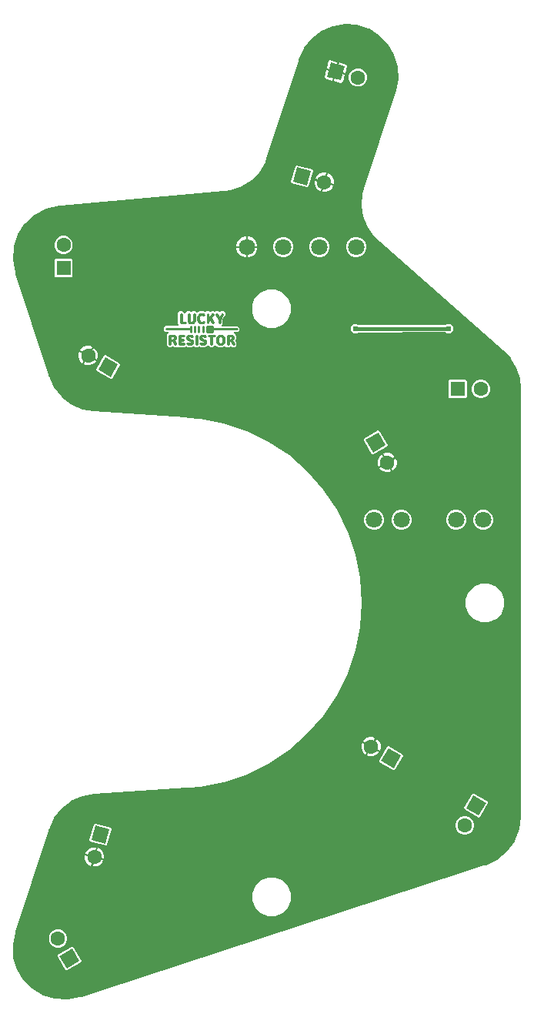
<source format=gbr>
G04 EAGLE Gerber RS-274X export*
G75*
%MOMM*%
%FSLAX34Y34*%
%LPD*%
%INTop Copper*%
%IPPOS*%
%AMOC8*
5,1,8,0,0,1.08239X$1,22.5*%
G01*
G04 Define Apertures*
%ADD10R,1.600000X1.600000*%
%ADD11C,1.600000*%
%ADD12R,1.600000X1.600000*%
%ADD13C,0.220000*%
%ADD14C,1.800000*%
%ADD15C,0.604000*%
%ADD16C,0.400000*%
G36*
X72466Y12388D02*
X85671Y14955D01*
X85789Y14986D01*
X87684Y15601D01*
X531108Y159678D01*
X533003Y160294D01*
X533119Y160340D01*
X545637Y166231D01*
X545849Y166365D01*
X556508Y175183D01*
X556680Y175366D01*
X564811Y186558D01*
X564932Y186778D01*
X570025Y199641D01*
X570087Y199883D01*
X571821Y213608D01*
X571829Y213734D01*
X571829Y683962D01*
X571823Y684068D01*
X570580Y695716D01*
X570535Y695923D01*
X566862Y707047D01*
X566774Y707240D01*
X560836Y717337D01*
X560710Y717508D01*
X552774Y726124D01*
X552698Y726199D01*
X552122Y726704D01*
X416279Y845896D01*
X414781Y847210D01*
X410049Y851362D01*
X402756Y861628D01*
X398031Y873300D01*
X396127Y885747D01*
X397149Y898298D01*
X399094Y904286D01*
X399182Y904555D01*
X433357Y1009734D01*
X433972Y1011629D01*
X434003Y1011746D01*
X436559Y1024803D01*
X436576Y1025043D01*
X435934Y1038332D01*
X435893Y1038570D01*
X432089Y1051319D01*
X431992Y1051540D01*
X425247Y1063009D01*
X425101Y1063200D01*
X415807Y1072721D01*
X415619Y1072872D01*
X404317Y1079892D01*
X404099Y1079994D01*
X391445Y1084105D01*
X391208Y1084152D01*
X377939Y1085115D01*
X377698Y1085104D01*
X364583Y1082864D01*
X364352Y1082795D01*
X352154Y1077481D01*
X351946Y1077359D01*
X341374Y1069281D01*
X341202Y1069113D01*
X332871Y1058739D01*
X332743Y1058534D01*
X327137Y1046468D01*
X327093Y1046356D01*
X326477Y1044461D01*
X291599Y937118D01*
X290269Y933025D01*
X283718Y922271D01*
X274862Y913320D01*
X264179Y906655D01*
X252245Y902636D01*
X245976Y902058D01*
X245074Y901975D01*
X65254Y885406D01*
X63270Y885224D01*
X63143Y885204D01*
X49385Y882128D01*
X49144Y882040D01*
X36614Y875579D01*
X36404Y875434D01*
X25919Y866008D01*
X25753Y865814D01*
X17998Y854040D01*
X17886Y853810D01*
X13368Y840455D01*
X13318Y840205D01*
X12331Y826141D01*
X12345Y825886D01*
X14954Y812031D01*
X14986Y811907D01*
X15601Y810012D01*
X51452Y699675D01*
X52068Y697780D01*
X52111Y697669D01*
X57615Y685770D01*
X57739Y685568D01*
X65894Y675303D01*
X66063Y675136D01*
X76409Y667083D01*
X76612Y666961D01*
X88566Y661576D01*
X88792Y661505D01*
X101678Y659091D01*
X101796Y659077D01*
X203505Y652345D01*
X203505Y652345D01*
X205493Y652213D01*
X218816Y651331D01*
X245005Y646106D01*
X270289Y637508D01*
X294235Y625685D01*
X316433Y610839D01*
X336505Y593224D01*
X354107Y573141D01*
X368938Y550932D01*
X380745Y526978D01*
X389325Y501689D01*
X394533Y475496D01*
X396279Y448848D01*
X394533Y422200D01*
X389325Y396007D01*
X380745Y370718D01*
X368938Y346764D01*
X354107Y324555D01*
X336505Y304472D01*
X316433Y286857D01*
X294235Y272011D01*
X270289Y260188D01*
X245005Y251590D01*
X218816Y246365D01*
X205493Y245483D01*
X203505Y245351D01*
X203505Y245351D01*
X101796Y238619D01*
X101678Y238604D01*
X88792Y236191D01*
X88566Y236120D01*
X76612Y230735D01*
X76409Y230613D01*
X66063Y222560D01*
X65894Y222393D01*
X57739Y212128D01*
X57615Y211926D01*
X52111Y200027D01*
X52068Y199916D01*
X51452Y198021D01*
X15336Y86867D01*
X14986Y85789D01*
X14955Y85671D01*
X12388Y72466D01*
X12371Y72223D01*
X13075Y58789D01*
X13118Y58549D01*
X17051Y45685D01*
X17150Y45463D01*
X24078Y33932D01*
X24228Y33740D01*
X33740Y24228D01*
X33932Y24078D01*
X45463Y17150D01*
X45685Y17051D01*
X58549Y13118D01*
X58789Y13075D01*
X72223Y12371D01*
X72466Y12388D01*
G37*
%LPC*%
G36*
X357811Y1036681D02*
X359895Y1044459D01*
X361717Y1045511D01*
X369495Y1043427D01*
X367026Y1034212D01*
X357811Y1036681D01*
G37*
G36*
X368957Y1033694D02*
X371427Y1042909D01*
X379204Y1040825D01*
X380256Y1039003D01*
X378172Y1031225D01*
X368957Y1033694D01*
G37*
G36*
X390278Y1016413D02*
X386603Y1017935D01*
X383790Y1020748D01*
X382267Y1024424D01*
X382267Y1028402D01*
X383790Y1032078D01*
X386603Y1034891D01*
X390278Y1036413D01*
X394256Y1036413D01*
X397932Y1034891D01*
X400745Y1032078D01*
X402267Y1028402D01*
X402267Y1024424D01*
X400745Y1020748D01*
X397932Y1017935D01*
X394256Y1016413D01*
X390278Y1016413D01*
G37*
G36*
X356261Y1025149D02*
X355209Y1026971D01*
X357293Y1034749D01*
X366508Y1032280D01*
X364039Y1023065D01*
X356261Y1025149D01*
G37*
G36*
X365971Y1022547D02*
X368440Y1031762D01*
X377655Y1029293D01*
X375571Y1021515D01*
X373748Y1020463D01*
X365971Y1022547D01*
G37*
G36*
X319517Y910313D02*
X318689Y911748D01*
X323258Y928803D01*
X324693Y929631D01*
X341749Y925061D01*
X342577Y923626D01*
X338007Y906571D01*
X336572Y905743D01*
X319517Y910313D01*
G37*
G36*
X345285Y914796D02*
X346232Y917083D01*
X349197Y920048D01*
X353071Y921653D01*
X356956Y921653D01*
X354460Y912338D01*
X345285Y914796D01*
G37*
G36*
X356392Y911820D02*
X358851Y920996D01*
X361138Y920048D01*
X364103Y917083D01*
X365707Y913210D01*
X365707Y909324D01*
X356392Y911820D01*
G37*
G36*
X349197Y902178D02*
X346232Y905143D01*
X344627Y909016D01*
X344627Y912902D01*
X353943Y910406D01*
X351484Y901230D01*
X349197Y902178D01*
G37*
G36*
X353378Y900573D02*
X355874Y909888D01*
X365050Y907430D01*
X364103Y905143D01*
X361138Y902178D01*
X357264Y900573D01*
X353378Y900573D01*
G37*
G36*
X66211Y832200D02*
X62535Y833722D01*
X59722Y836535D01*
X58200Y840211D01*
X58200Y844189D01*
X59722Y847865D01*
X62535Y850678D01*
X66211Y852200D01*
X70189Y852200D01*
X73865Y850678D01*
X76678Y847865D01*
X78200Y844189D01*
X78200Y840211D01*
X76678Y836535D01*
X73865Y833722D01*
X70189Y832200D01*
X66211Y832200D01*
G37*
G36*
X271000Y841000D02*
X271000Y851540D01*
X272295Y851540D01*
X276537Y849783D01*
X279783Y846537D01*
X281540Y842295D01*
X281540Y841000D01*
X271000Y841000D01*
G37*
G36*
X258460Y841000D02*
X258460Y842295D01*
X260217Y846537D01*
X263463Y849783D01*
X267705Y851540D01*
X269000Y851540D01*
X269000Y841000D01*
X258460Y841000D01*
G37*
G36*
X387812Y829000D02*
X383769Y830675D01*
X380675Y833769D01*
X379000Y837812D01*
X379000Y842188D01*
X380675Y846231D01*
X383769Y849325D01*
X387812Y851000D01*
X392188Y851000D01*
X396231Y849325D01*
X399325Y846231D01*
X401000Y842188D01*
X401000Y837812D01*
X399325Y833769D01*
X396231Y830675D01*
X392188Y829000D01*
X387812Y829000D01*
G37*
G36*
X347812Y829000D02*
X343769Y830675D01*
X340675Y833769D01*
X339000Y837812D01*
X339000Y842188D01*
X340675Y846231D01*
X343769Y849325D01*
X347812Y851000D01*
X352188Y851000D01*
X356231Y849325D01*
X359325Y846231D01*
X361000Y842188D01*
X361000Y837812D01*
X359325Y833769D01*
X356231Y830675D01*
X352188Y829000D01*
X347812Y829000D01*
G37*
G36*
X307812Y829000D02*
X303769Y830675D01*
X300675Y833769D01*
X299000Y837812D01*
X299000Y842188D01*
X300675Y846231D01*
X303769Y849325D01*
X307812Y851000D01*
X312188Y851000D01*
X316231Y849325D01*
X319325Y846231D01*
X321000Y842188D01*
X321000Y837812D01*
X319325Y833769D01*
X316231Y830675D01*
X312188Y829000D01*
X307812Y829000D01*
G37*
G36*
X271000Y828460D02*
X271000Y839000D01*
X281540Y839000D01*
X281540Y837705D01*
X279783Y833463D01*
X276537Y830217D01*
X272295Y828460D01*
X271000Y828460D01*
G37*
G36*
X267705Y828460D02*
X263463Y830217D01*
X260217Y833463D01*
X258460Y837705D01*
X258460Y839000D01*
X269000Y839000D01*
X269000Y828460D01*
X267705Y828460D01*
G37*
G36*
X59372Y806800D02*
X58200Y807972D01*
X58200Y825628D01*
X59372Y826800D01*
X77028Y826800D01*
X78200Y825628D01*
X78200Y807972D01*
X77028Y806800D01*
X59372Y806800D01*
G37*
G36*
X292772Y750826D02*
X284940Y754070D01*
X278945Y760065D01*
X275701Y767897D01*
X275701Y776375D01*
X278945Y784207D01*
X284940Y790202D01*
X292772Y793446D01*
X301250Y793446D01*
X309082Y790202D01*
X315077Y784207D01*
X318321Y776375D01*
X318321Y767897D01*
X315077Y760065D01*
X309082Y754070D01*
X301250Y750826D01*
X292772Y750826D01*
G37*
G36*
X206610Y729869D02*
X206356Y729881D01*
X205837Y729839D01*
X205799Y729860D01*
X205317Y730012D01*
X205081Y730056D01*
X204614Y730086D01*
X204577Y730115D01*
X204471Y730141D01*
X204124Y730284D01*
X203916Y730345D01*
X203505Y730417D01*
X203157Y730548D01*
X202759Y730532D01*
X202291Y730268D01*
X202171Y730148D01*
X194151Y730148D01*
X193943Y730285D01*
X193552Y730358D01*
X193163Y730272D01*
X192981Y730148D01*
X192520Y730148D01*
X192118Y730063D01*
X191731Y729893D01*
X191723Y729896D01*
X191331Y729964D01*
X191002Y729889D01*
X190495Y730082D01*
X190139Y730148D01*
X189611Y730148D01*
X189322Y730437D01*
X188971Y730664D01*
X188562Y730820D01*
X188169Y730885D01*
X187782Y730792D01*
X187498Y730593D01*
X187050Y730146D01*
X185772Y730148D01*
X183723Y730148D01*
X181907Y731964D01*
X181907Y740829D01*
X181887Y740926D01*
X181907Y742511D01*
X181907Y742523D01*
X181907Y743804D01*
X182824Y744699D01*
X182833Y744707D01*
X183319Y745194D01*
X183539Y745526D01*
X183612Y745917D01*
X183526Y746306D01*
X183296Y746630D01*
X182958Y746840D01*
X182612Y746901D01*
X180097Y746901D01*
X178281Y748717D01*
X178281Y751285D01*
X180097Y753101D01*
X194072Y753101D01*
X194462Y753180D01*
X194791Y753405D01*
X195005Y753741D01*
X195072Y754133D01*
X194980Y754520D01*
X194779Y754808D01*
X194013Y755575D01*
X194013Y767393D01*
X195829Y769209D01*
X197888Y769209D01*
X199173Y769210D01*
X200086Y768297D01*
X200087Y768296D01*
X200971Y767413D01*
X201303Y767193D01*
X201694Y767121D01*
X202083Y767206D01*
X202385Y767414D01*
X203271Y768300D01*
X204172Y769209D01*
X205462Y769209D01*
X207148Y769216D01*
X207152Y769215D01*
X207501Y769217D01*
X208194Y768524D01*
X208526Y768304D01*
X208917Y768231D01*
X209306Y768317D01*
X209608Y768524D01*
X210302Y769218D01*
X210650Y769215D01*
X210653Y769216D01*
X210653Y769216D01*
X212344Y769209D01*
X213630Y769209D01*
X214522Y768309D01*
X214853Y768088D01*
X215244Y768014D01*
X215633Y768097D01*
X215959Y768329D01*
X216023Y768343D01*
X216203Y768413D01*
X216485Y768580D01*
X216623Y768696D01*
X216678Y768761D01*
X216734Y768766D01*
X216936Y768816D01*
X217241Y768950D01*
X217558Y769158D01*
X217782Y769182D01*
X218127Y769285D01*
X218178Y769311D01*
X218292Y769298D01*
X218674Y769410D01*
X218699Y769428D01*
X218842Y769456D01*
X218995Y769423D01*
X219386Y769497D01*
X219426Y769520D01*
X219491Y769514D01*
X219825Y769540D01*
X220021Y769589D01*
X220333Y769530D01*
X220731Y769535D01*
X220831Y769572D01*
X221053Y769552D01*
X221100Y769528D01*
X221432Y769503D01*
X221455Y769493D01*
X221841Y769418D01*
X221959Y769419D01*
X222015Y769409D01*
X222117Y769354D01*
X222498Y769240D01*
X222593Y769231D01*
X222665Y769211D01*
X222750Y769153D01*
X223122Y769000D01*
X223132Y768998D01*
X223155Y768976D01*
X223452Y768860D01*
X223790Y768675D01*
X223980Y768619D01*
X224376Y768584D01*
X224755Y768707D01*
X224971Y768871D01*
X225309Y769209D01*
X227323Y769209D01*
X227329Y769209D01*
X228613Y769216D01*
X228894Y768936D01*
X229226Y768716D01*
X229617Y768643D01*
X230006Y768728D01*
X230207Y768896D01*
X230334Y768920D01*
X230856Y769196D01*
X230869Y769209D01*
X231769Y769209D01*
X231955Y769226D01*
X232928Y769410D01*
X232999Y769380D01*
X233376Y769377D01*
X233444Y769389D01*
X233449Y769386D01*
X233815Y769229D01*
X234017Y769209D01*
X234082Y769209D01*
X234240Y769104D01*
X234631Y769031D01*
X235019Y769117D01*
X235154Y769209D01*
X235484Y769209D01*
X235947Y769322D01*
X236193Y769451D01*
X236319Y769411D01*
X236715Y769370D01*
X237036Y769460D01*
X237596Y769265D01*
X237926Y769209D01*
X238515Y769209D01*
X238760Y768964D01*
X239138Y768727D01*
X239604Y768564D01*
X239999Y768510D01*
X240243Y768557D01*
X240842Y768752D01*
X241240Y768996D01*
X241452Y769209D01*
X242086Y769209D01*
X242396Y769258D01*
X243041Y769468D01*
X243271Y769404D01*
X243626Y769443D01*
X243637Y769446D01*
X243853Y769329D01*
X244329Y769209D01*
X244575Y769209D01*
X245061Y768723D01*
X245292Y768551D01*
X245896Y768224D01*
X245966Y767988D01*
X246217Y767567D01*
X246391Y767393D01*
X246391Y766706D01*
X246433Y766421D01*
X246629Y765763D01*
X246512Y765546D01*
X246391Y765071D01*
X246391Y764825D01*
X245906Y764339D01*
X245733Y764108D01*
X243445Y759879D01*
X243324Y759405D01*
X243318Y756856D01*
X243318Y755570D01*
X242416Y754672D01*
X242195Y754341D01*
X242121Y753950D01*
X242206Y753561D01*
X242435Y753236D01*
X242773Y753026D01*
X243121Y752963D01*
X260019Y752963D01*
X261835Y751148D01*
X261835Y748579D01*
X260019Y746763D01*
X256435Y746763D01*
X256045Y746684D01*
X255717Y746459D01*
X255502Y746124D01*
X255435Y745732D01*
X255527Y745344D01*
X255710Y745075D01*
X255804Y744976D01*
X256007Y744849D01*
X256149Y744674D01*
X256519Y744504D01*
X256687Y744245D01*
X257034Y744029D01*
X257157Y743778D01*
X257484Y743514D01*
X257557Y743295D01*
X257689Y743158D01*
X257882Y742799D01*
X257892Y742743D01*
X257937Y742682D01*
X257943Y742622D01*
X258119Y742152D01*
X258125Y742143D01*
X258128Y742034D01*
X258155Y741985D01*
X258155Y741970D01*
X258261Y741516D01*
X258235Y741295D01*
X258351Y740985D01*
X258278Y740695D01*
X258303Y740422D01*
X258356Y740192D01*
X258298Y740007D01*
X258256Y739601D01*
X258279Y739382D01*
X258231Y739284D01*
X258128Y738851D01*
X258126Y738679D01*
X258023Y738529D01*
X257860Y738116D01*
X257838Y737972D01*
X257695Y737815D01*
X257484Y737447D01*
X257416Y737232D01*
X257389Y737095D01*
X257357Y737046D01*
X257355Y737039D01*
X257312Y736643D01*
X257394Y736332D01*
X257895Y735202D01*
X258102Y734900D01*
X258470Y734532D01*
X258470Y734115D01*
X258555Y733710D01*
X258724Y733330D01*
X258537Y732844D01*
X258470Y732484D01*
X258470Y731964D01*
X258175Y731669D01*
X257949Y731322D01*
X257800Y730934D01*
X257324Y730723D01*
X257022Y730516D01*
X256654Y730148D01*
X256237Y730148D01*
X255832Y730062D01*
X255452Y729893D01*
X255437Y729899D01*
X255045Y729965D01*
X254714Y729889D01*
X254209Y730082D01*
X253852Y730148D01*
X253324Y730148D01*
X253035Y730437D01*
X252685Y730664D01*
X252275Y730820D01*
X251883Y730885D01*
X251496Y730792D01*
X251212Y730593D01*
X250764Y730146D01*
X249486Y730148D01*
X247433Y730148D01*
X246583Y730998D01*
X246252Y731217D01*
X245860Y731290D01*
X245479Y731208D01*
X245344Y731150D01*
X245015Y730919D01*
X244948Y730848D01*
X244904Y730838D01*
X244727Y730709D01*
X244616Y730678D01*
X244262Y730493D01*
X244196Y730440D01*
X244118Y730433D01*
X243913Y730322D01*
X243808Y730305D01*
X243448Y730173D01*
X243361Y730120D01*
X243281Y730123D01*
X243078Y730047D01*
X242941Y730040D01*
X242593Y729959D01*
X242486Y729913D01*
X242349Y729937D01*
X241961Y729849D01*
X241951Y729843D01*
X241936Y729844D01*
X241590Y729810D01*
X241368Y729880D01*
X241105Y729873D01*
X240644Y729799D01*
X240600Y729783D01*
X240567Y729798D01*
X240250Y729869D01*
X239852Y729877D01*
X239730Y729837D01*
X239709Y729840D01*
X239580Y729916D01*
X239482Y729949D01*
X239087Y729999D01*
X238989Y729978D01*
X238887Y730027D01*
X238540Y730120D01*
X238302Y730139D01*
X238038Y730306D01*
X237723Y730436D01*
X237564Y730472D01*
X237501Y730476D01*
X237344Y730606D01*
X237029Y730781D01*
X236814Y730854D01*
X236683Y730994D01*
X236382Y731212D01*
X236194Y731301D01*
X236070Y731469D01*
X235799Y731723D01*
X235549Y731881D01*
X235278Y732000D01*
X235264Y732004D01*
X235154Y732058D01*
X234756Y732078D01*
X234382Y731942D01*
X234199Y731797D01*
X233455Y731054D01*
X233454Y731054D01*
X232547Y730147D01*
X231262Y730148D01*
X230519Y730148D01*
X229234Y730147D01*
X228327Y731054D01*
X228326Y731054D01*
X227803Y731577D01*
X227471Y731796D01*
X227080Y731869D01*
X226600Y731737D01*
X226590Y731731D01*
X226510Y731650D01*
X226504Y731649D01*
X226283Y731555D01*
X226152Y731480D01*
X225859Y731224D01*
X225757Y731092D01*
X225732Y731050D01*
X225672Y731034D01*
X225534Y730980D01*
X225207Y730769D01*
X224994Y730563D01*
X224807Y730519D01*
X224439Y730349D01*
X224387Y730310D01*
X224202Y730301D01*
X223844Y730127D01*
X223813Y730097D01*
X223622Y730114D01*
X223430Y730099D01*
X223142Y730032D01*
X222682Y729849D01*
X222236Y729878D01*
X221945Y729854D01*
X221579Y729769D01*
X221006Y729870D01*
X220752Y729882D01*
X220232Y729839D01*
X220190Y729863D01*
X219714Y730012D01*
X219479Y730056D01*
X219007Y730087D01*
X218975Y730111D01*
X218892Y730132D01*
X218522Y730284D01*
X218316Y730344D01*
X217952Y730408D01*
X217670Y730633D01*
X217492Y730706D01*
X217413Y730735D01*
X217402Y730738D01*
X217006Y730780D01*
X216625Y730664D01*
X216394Y730492D01*
X216050Y730148D01*
X212722Y730148D01*
X212162Y730708D01*
X211830Y730928D01*
X211439Y731001D01*
X211050Y730915D01*
X210759Y730720D01*
X210598Y730563D01*
X210411Y730520D01*
X210042Y730349D01*
X209990Y730311D01*
X209805Y730301D01*
X209448Y730127D01*
X209416Y730097D01*
X209225Y730114D01*
X209034Y730099D01*
X208746Y730032D01*
X208286Y729849D01*
X207841Y729878D01*
X207550Y729854D01*
X207182Y729769D01*
X206610Y729869D01*
G37*
G36*
X387021Y745180D02*
X384080Y748121D01*
X384080Y752279D01*
X387021Y755220D01*
X391179Y755220D01*
X391903Y754496D01*
X392235Y754277D01*
X392611Y754203D01*
X488384Y754297D01*
X488774Y754376D01*
X489090Y754589D01*
X489821Y755320D01*
X493979Y755320D01*
X496920Y752379D01*
X496920Y748221D01*
X493979Y745280D01*
X489821Y745280D01*
X489097Y746004D01*
X488765Y746224D01*
X488389Y746297D01*
X392616Y746203D01*
X392226Y746124D01*
X391910Y745911D01*
X391179Y745180D01*
X387021Y745180D01*
G37*
G36*
X86584Y726738D02*
X89331Y729485D01*
X93205Y731090D01*
X97398Y731090D01*
X99685Y730143D01*
X94935Y721916D01*
X86584Y726738D01*
G37*
G36*
X96668Y720916D02*
X101489Y729268D01*
X104237Y726520D01*
X105841Y722647D01*
X105841Y718453D01*
X104894Y716166D01*
X96668Y720916D01*
G37*
G36*
X86366Y714580D02*
X84761Y718453D01*
X84761Y722647D01*
X85709Y724934D01*
X93935Y720184D01*
X89114Y711832D01*
X86366Y714580D01*
G37*
G36*
X104653Y703604D02*
X104224Y705204D01*
X113052Y720496D01*
X114653Y720924D01*
X129944Y712096D01*
X130373Y710496D01*
X121545Y695204D01*
X119944Y694776D01*
X104653Y703604D01*
G37*
G36*
X93205Y710010D02*
X90918Y710957D01*
X95668Y719184D01*
X104019Y714362D01*
X101272Y711615D01*
X97398Y710010D01*
X93205Y710010D01*
G37*
G36*
X525411Y673800D02*
X521735Y675322D01*
X518922Y678135D01*
X517400Y681811D01*
X517400Y685789D01*
X518922Y689465D01*
X521735Y692278D01*
X525411Y693800D01*
X529389Y693800D01*
X533065Y692278D01*
X535878Y689465D01*
X537400Y685789D01*
X537400Y681811D01*
X535878Y678135D01*
X533065Y675322D01*
X529389Y673800D01*
X525411Y673800D01*
G37*
G36*
X493172Y673800D02*
X492000Y674972D01*
X492000Y692628D01*
X493172Y693800D01*
X510828Y693800D01*
X512000Y692628D01*
X512000Y674972D01*
X510828Y673800D01*
X493172Y673800D01*
G37*
G36*
X407404Y612353D02*
X398576Y627644D01*
X399004Y629245D01*
X414296Y638073D01*
X415896Y637644D01*
X424724Y622353D01*
X424296Y620752D01*
X409004Y611924D01*
X407404Y612353D01*
G37*
G36*
X419966Y612594D02*
X422253Y613541D01*
X426447Y613541D01*
X430320Y611937D01*
X433068Y609189D01*
X424716Y604368D01*
X419966Y612594D01*
G37*
G36*
X413810Y600905D02*
X413810Y605098D01*
X415415Y608972D01*
X418162Y611719D01*
X422984Y603368D01*
X414757Y598618D01*
X413810Y600905D01*
G37*
G36*
X425716Y602635D02*
X433943Y607385D01*
X434890Y605098D01*
X434890Y600905D01*
X433285Y597031D01*
X430538Y594284D01*
X425716Y602635D01*
G37*
G36*
X422253Y592461D02*
X418380Y594066D01*
X415632Y596814D01*
X423984Y601635D01*
X428734Y593409D01*
X426447Y592461D01*
X422253Y592461D01*
G37*
G36*
X407812Y529000D02*
X403769Y530675D01*
X400675Y533769D01*
X399000Y537812D01*
X399000Y542188D01*
X400675Y546231D01*
X403769Y549325D01*
X407812Y551000D01*
X412188Y551000D01*
X416231Y549325D01*
X419325Y546231D01*
X421000Y542188D01*
X421000Y537812D01*
X419325Y533769D01*
X416231Y530675D01*
X412188Y529000D01*
X407812Y529000D01*
G37*
G36*
X497812Y529000D02*
X493769Y530675D01*
X490675Y533769D01*
X489000Y537812D01*
X489000Y542188D01*
X490675Y546231D01*
X493769Y549325D01*
X497812Y551000D01*
X502188Y551000D01*
X506231Y549325D01*
X509325Y546231D01*
X511000Y542188D01*
X511000Y537812D01*
X509325Y533769D01*
X506231Y530675D01*
X502188Y529000D01*
X497812Y529000D01*
G37*
G36*
X437812Y529000D02*
X433769Y530675D01*
X430675Y533769D01*
X429000Y537812D01*
X429000Y542188D01*
X430675Y546231D01*
X433769Y549325D01*
X437812Y551000D01*
X442188Y551000D01*
X446231Y549325D01*
X449325Y546231D01*
X451000Y542188D01*
X451000Y537812D01*
X449325Y533769D01*
X446231Y530675D01*
X442188Y529000D01*
X437812Y529000D01*
G37*
G36*
X527812Y529000D02*
X523769Y530675D01*
X520675Y533769D01*
X519000Y537812D01*
X519000Y542188D01*
X520675Y546231D01*
X523769Y549325D01*
X527812Y551000D01*
X532188Y551000D01*
X536231Y549325D01*
X539325Y546231D01*
X541000Y542188D01*
X541000Y537812D01*
X539325Y533769D01*
X536231Y530675D01*
X532188Y529000D01*
X527812Y529000D01*
G37*
G36*
X527744Y427468D02*
X519912Y430712D01*
X513917Y436707D01*
X510673Y444539D01*
X510673Y453017D01*
X513917Y460849D01*
X519912Y466844D01*
X527744Y470088D01*
X536222Y470088D01*
X544054Y466844D01*
X550049Y460849D01*
X553293Y453017D01*
X553293Y444539D01*
X550049Y436707D01*
X544054Y430712D01*
X536222Y427468D01*
X527744Y427468D01*
G37*
G36*
X397984Y296638D02*
X400731Y299385D01*
X404605Y300990D01*
X408798Y300990D01*
X411085Y300043D01*
X406335Y291816D01*
X397984Y296638D01*
G37*
G36*
X408068Y290816D02*
X412889Y299168D01*
X415637Y296420D01*
X417241Y292547D01*
X417241Y288353D01*
X416294Y286066D01*
X408068Y290816D01*
G37*
G36*
X397766Y284480D02*
X396161Y288353D01*
X396161Y292547D01*
X397109Y294834D01*
X405335Y290084D01*
X400514Y281732D01*
X397766Y284480D01*
G37*
G36*
X416053Y273504D02*
X415624Y275104D01*
X424452Y290396D01*
X426053Y290824D01*
X441344Y281996D01*
X441773Y280396D01*
X432945Y265104D01*
X431344Y264676D01*
X416053Y273504D01*
G37*
G36*
X404605Y279910D02*
X402318Y280857D01*
X407068Y289084D01*
X415419Y284262D01*
X412672Y281515D01*
X408798Y279910D01*
X404605Y279910D01*
G37*
G36*
X509704Y221652D02*
X509276Y223253D01*
X518104Y238544D01*
X519704Y238973D01*
X534996Y230145D01*
X535424Y228544D01*
X526596Y213253D01*
X524996Y212824D01*
X509704Y221652D01*
G37*
G36*
X507661Y193901D02*
X503985Y195424D01*
X501172Y198237D01*
X499650Y201912D01*
X499650Y205891D01*
X501172Y209566D01*
X503985Y212379D01*
X507661Y213901D01*
X511639Y213901D01*
X515315Y212379D01*
X518128Y209566D01*
X519650Y205891D01*
X519650Y201912D01*
X518128Y198237D01*
X515315Y195424D01*
X511639Y193901D01*
X507661Y193901D01*
G37*
G36*
X97771Y186393D02*
X96943Y187828D01*
X101513Y204883D01*
X102948Y205711D01*
X120003Y201142D01*
X120831Y199707D01*
X116261Y182651D01*
X114826Y181823D01*
X97771Y186393D01*
G37*
G36*
X92430Y172916D02*
X93378Y175203D01*
X96343Y178168D01*
X100216Y179773D01*
X104102Y179773D01*
X101606Y170457D01*
X92430Y172916D01*
G37*
G36*
X103538Y169940D02*
X105996Y179115D01*
X108283Y178168D01*
X111248Y175203D01*
X112853Y171329D01*
X112853Y167444D01*
X103538Y169940D01*
G37*
G36*
X96343Y160297D02*
X93378Y163262D01*
X91773Y167136D01*
X91773Y171022D01*
X101088Y168526D01*
X98630Y159350D01*
X96343Y160297D01*
G37*
G36*
X100524Y158693D02*
X103020Y168008D01*
X112196Y165549D01*
X111248Y163262D01*
X108283Y160297D01*
X104410Y158693D01*
X100524Y158693D01*
G37*
G36*
X292846Y104132D02*
X285014Y107376D01*
X279019Y113371D01*
X275775Y121203D01*
X275775Y129681D01*
X279019Y137513D01*
X285014Y143508D01*
X292846Y146752D01*
X301324Y146752D01*
X309156Y143508D01*
X315151Y137513D01*
X318395Y129681D01*
X318395Y121203D01*
X315151Y113371D01*
X309156Y107376D01*
X301324Y104132D01*
X292846Y104132D01*
G37*
G36*
X60161Y69499D02*
X56485Y71021D01*
X53672Y73834D01*
X52150Y77509D01*
X52150Y81488D01*
X53672Y85163D01*
X56485Y87976D01*
X60161Y89499D01*
X64139Y89499D01*
X67815Y87976D01*
X70628Y85163D01*
X72150Y81488D01*
X72150Y77509D01*
X70628Y73834D01*
X67815Y71021D01*
X64139Y69499D01*
X60161Y69499D01*
G37*
G36*
X70604Y44856D02*
X61776Y60147D01*
X62204Y61748D01*
X77496Y70576D01*
X79096Y70147D01*
X87924Y54856D01*
X87496Y53255D01*
X72204Y44427D01*
X70604Y44856D01*
G37*
%LPD*%
D10*
G36*
X99090Y188111D02*
X103231Y203564D01*
X118684Y199423D01*
X114543Y183970D01*
X99090Y188111D01*
G37*
D11*
X102313Y169233D03*
D10*
G36*
X77778Y68429D02*
X85778Y54573D01*
X71922Y46573D01*
X63922Y60429D01*
X77778Y68429D01*
G37*
D11*
X62150Y79499D03*
D10*
G36*
X425771Y288678D02*
X439627Y280678D01*
X431627Y266822D01*
X417771Y274822D01*
X425771Y288678D01*
G37*
D11*
X406701Y290450D03*
D10*
G36*
X511422Y222971D02*
X519422Y236827D01*
X533278Y228827D01*
X525278Y214971D01*
X511422Y222971D01*
G37*
D11*
X509650Y203901D03*
D10*
G36*
X408722Y614071D02*
X400722Y627927D01*
X414578Y635927D01*
X422578Y622071D01*
X408722Y614071D01*
G37*
D11*
X424350Y603001D03*
D12*
X502000Y683800D03*
D11*
X527400Y683800D03*
D10*
G36*
X114371Y718778D02*
X128227Y710778D01*
X120227Y696922D01*
X106371Y704922D01*
X114371Y718778D01*
G37*
D11*
X95301Y720550D03*
D12*
X68200Y816800D03*
D11*
X68200Y842200D03*
D10*
G36*
X373389Y1023190D02*
X357936Y1027331D01*
X362077Y1042784D01*
X377530Y1038643D01*
X373389Y1023190D01*
G37*
D11*
X392267Y1026413D03*
D10*
G36*
X336289Y907890D02*
X320836Y912031D01*
X324977Y927484D01*
X340430Y923343D01*
X336289Y907890D01*
G37*
D11*
X355167Y911113D03*
D13*
X240869Y733041D02*
X239936Y733117D01*
X239515Y733211D01*
X239126Y733343D01*
X238767Y733513D01*
X238439Y733721D01*
X238142Y733965D01*
X237876Y734248D01*
X237642Y734567D01*
X237438Y734924D01*
X237266Y735319D01*
X237014Y736219D01*
X236889Y737267D01*
X236910Y738644D01*
X237014Y739350D01*
X237178Y739969D01*
X237393Y740508D01*
X237653Y740971D01*
X237948Y741365D01*
X238270Y741695D01*
X238612Y741966D01*
X238966Y742185D01*
X239323Y742356D01*
X240017Y742579D01*
X240628Y742681D01*
X241093Y742705D01*
X241553Y742685D01*
X241984Y742626D01*
X242387Y742529D01*
X242762Y742392D01*
X243108Y742218D01*
X243425Y742006D01*
X243713Y741755D01*
X243971Y741468D01*
X244200Y741143D01*
X244399Y740781D01*
X244568Y740382D01*
X244815Y739475D01*
X244940Y738425D01*
X244946Y737432D01*
X244867Y736589D01*
X244688Y735761D01*
X244553Y735363D01*
X244384Y734982D01*
X244178Y734622D01*
X243933Y734288D01*
X243646Y733983D01*
X243313Y733714D01*
X242932Y733484D01*
X242500Y733297D01*
X242014Y733158D01*
X241472Y733071D01*
X240869Y733041D01*
X240560Y742423D02*
X240921Y742443D01*
X240560Y742423D02*
X240217Y742364D01*
X239893Y742266D01*
X239588Y742132D01*
X239304Y741961D01*
X239041Y741754D01*
X238799Y741514D01*
X238580Y741240D01*
X238385Y740934D01*
X238213Y740596D01*
X237943Y739831D01*
X237777Y738952D01*
X237721Y737968D01*
X237821Y736553D01*
X237938Y735966D01*
X238093Y735453D01*
X238281Y735009D01*
X238496Y734629D01*
X238733Y734308D01*
X238987Y734042D01*
X239252Y733825D01*
X239524Y733653D01*
X239797Y733520D01*
X240065Y733423D01*
X240568Y733314D01*
X240990Y733286D01*
X241397Y733312D01*
X241882Y733418D01*
X242140Y733512D01*
X242403Y733639D01*
X242664Y733805D01*
X242920Y734014D01*
X243164Y734271D01*
X243392Y734580D01*
X243599Y734946D01*
X243780Y735373D01*
X243929Y735868D01*
X244114Y737074D01*
X244124Y738320D01*
X244012Y739289D01*
X243792Y740143D01*
X243644Y740525D01*
X243471Y740876D01*
X243274Y741194D01*
X243054Y741478D01*
X242811Y741728D01*
X242547Y741942D01*
X242261Y742120D01*
X241955Y742259D01*
X241629Y742361D01*
X241284Y742422D01*
X240921Y742443D01*
X221360Y733041D02*
X220589Y733091D01*
X219834Y733224D01*
X218507Y733640D01*
X218673Y734044D01*
X220051Y733589D01*
X220738Y733455D01*
X221377Y733406D01*
X221681Y733419D01*
X221960Y733455D01*
X222215Y733513D01*
X222447Y733591D01*
X222656Y733688D01*
X222843Y733803D01*
X223008Y733932D01*
X223154Y734075D01*
X223279Y734230D01*
X223386Y734395D01*
X223474Y734568D01*
X223544Y734748D01*
X223635Y735123D01*
X223665Y735504D01*
X223647Y735783D01*
X223597Y736037D01*
X223518Y736268D01*
X223411Y736477D01*
X223281Y736666D01*
X223130Y736835D01*
X222961Y736988D01*
X222583Y737245D01*
X222169Y737450D01*
X220305Y738088D01*
X219841Y738299D01*
X219449Y738538D01*
X219281Y738671D01*
X219132Y738814D01*
X219002Y738969D01*
X218892Y739136D01*
X218801Y739318D01*
X218730Y739514D01*
X218679Y739727D01*
X218648Y739958D01*
X218638Y740207D01*
X218665Y740617D01*
X218740Y740980D01*
X218859Y741298D01*
X219016Y741575D01*
X219204Y741814D01*
X219418Y742016D01*
X219653Y742186D01*
X219901Y742325D01*
X220418Y742526D01*
X220921Y742640D01*
X221704Y742705D01*
X222390Y742651D01*
X223074Y742497D01*
X223737Y742249D01*
X224360Y741916D01*
X224136Y741631D01*
X223480Y741978D01*
X222855Y742226D01*
X222263Y742376D01*
X221704Y742425D01*
X221247Y742387D01*
X221032Y742340D01*
X220829Y742276D01*
X220636Y742196D01*
X220456Y742099D01*
X220289Y741987D01*
X220137Y741862D01*
X219998Y741722D01*
X219876Y741570D01*
X219770Y741406D01*
X219682Y741230D01*
X219612Y741044D01*
X219560Y740848D01*
X219529Y740644D01*
X219518Y740431D01*
X219535Y740156D01*
X219583Y739906D01*
X219660Y739677D01*
X219764Y739468D01*
X219892Y739279D01*
X220040Y739108D01*
X220208Y738953D01*
X220590Y738686D01*
X221016Y738467D01*
X223000Y737751D01*
X223470Y737534D01*
X223859Y737291D01*
X224023Y737158D01*
X224168Y737014D01*
X224293Y736859D01*
X224398Y736691D01*
X224484Y736508D01*
X224551Y736310D01*
X224598Y736095D01*
X224636Y735608D01*
X224610Y735197D01*
X224536Y734832D01*
X224418Y734510D01*
X224263Y734229D01*
X224075Y733986D01*
X223859Y733777D01*
X223622Y733602D01*
X223367Y733456D01*
X222829Y733242D01*
X222287Y733116D01*
X221360Y733041D01*
X206964Y733041D02*
X206194Y733091D01*
X205439Y733224D01*
X204112Y733642D01*
X204277Y734044D01*
X205656Y733589D01*
X206343Y733455D01*
X206982Y733406D01*
X207286Y733419D01*
X207565Y733455D01*
X207820Y733513D01*
X208052Y733591D01*
X208261Y733688D01*
X208448Y733803D01*
X208614Y733932D01*
X208759Y734075D01*
X208885Y734230D01*
X208992Y734395D01*
X209080Y734568D01*
X209151Y734748D01*
X209242Y735123D01*
X209271Y735504D01*
X209254Y735783D01*
X209204Y736037D01*
X209124Y736268D01*
X209017Y736477D01*
X208887Y736666D01*
X208736Y736835D01*
X208567Y736988D01*
X208188Y737245D01*
X207774Y737450D01*
X205910Y738088D01*
X205445Y738299D01*
X205054Y738538D01*
X204886Y738671D01*
X204737Y738814D01*
X204607Y738969D01*
X204497Y739136D01*
X204406Y739318D01*
X204335Y739514D01*
X204284Y739727D01*
X204253Y739958D01*
X204243Y740207D01*
X204269Y740617D01*
X204345Y740980D01*
X204464Y741298D01*
X204621Y741575D01*
X204809Y741814D01*
X205023Y742016D01*
X205257Y742186D01*
X205506Y742325D01*
X206022Y742526D01*
X206526Y742640D01*
X207309Y742705D01*
X207994Y742652D01*
X208678Y742497D01*
X209342Y742250D01*
X209965Y741916D01*
X209739Y741631D01*
X209083Y741978D01*
X208458Y742226D01*
X207866Y742376D01*
X207309Y742425D01*
X206851Y742387D01*
X206637Y742340D01*
X206433Y742276D01*
X206241Y742196D01*
X206061Y742099D01*
X205894Y741987D01*
X205741Y741862D01*
X205603Y741722D01*
X205481Y741570D01*
X205375Y741406D01*
X205287Y741230D01*
X205216Y741044D01*
X205165Y740848D01*
X205134Y740644D01*
X205123Y740431D01*
X205140Y740156D01*
X205188Y739906D01*
X205265Y739677D01*
X205369Y739468D01*
X205496Y739279D01*
X205645Y739108D01*
X205813Y738953D01*
X206194Y738686D01*
X206620Y738467D01*
X208604Y737751D01*
X209073Y737534D01*
X209461Y737291D01*
X209626Y737158D01*
X209770Y737014D01*
X209895Y736859D01*
X210000Y736691D01*
X210086Y736508D01*
X210152Y736310D01*
X210200Y736095D01*
X210237Y735608D01*
X210211Y735197D01*
X210137Y734832D01*
X210020Y734510D01*
X209864Y734229D01*
X209676Y733986D01*
X209461Y733777D01*
X209224Y733602D01*
X208970Y733456D01*
X208432Y733242D01*
X207891Y733116D01*
X206964Y733041D01*
X253107Y736605D02*
X254608Y733248D01*
X253107Y736605D02*
X252871Y736908D01*
X252746Y737032D01*
X252485Y737230D01*
X252219Y737370D01*
X251958Y737461D01*
X251712Y737512D01*
X250469Y737529D01*
X250360Y737513D01*
X250254Y737486D01*
X250154Y737449D01*
X250057Y737402D01*
X249967Y737347D01*
X249882Y737284D01*
X249804Y737213D01*
X249733Y737135D01*
X249670Y737050D01*
X249615Y736959D01*
X249569Y736863D01*
X249532Y736762D01*
X249504Y736656D01*
X249488Y736547D01*
X249482Y733248D01*
X248717Y733248D01*
X248717Y742498D01*
X252742Y742448D01*
X253533Y742308D01*
X253850Y742208D01*
X254120Y742091D01*
X254346Y741959D01*
X254533Y741812D01*
X254684Y741653D01*
X254802Y741484D01*
X254892Y741306D01*
X254958Y741121D01*
X255002Y740930D01*
X255042Y740541D01*
X255039Y740163D01*
X254987Y739823D01*
X254889Y739516D01*
X254753Y739241D01*
X254588Y738999D01*
X254399Y738790D01*
X254196Y738615D01*
X253984Y738474D01*
X253810Y738380D01*
X253684Y738293D01*
X253573Y738191D01*
X253477Y738074D01*
X253398Y737947D01*
X253337Y737809D01*
X253296Y737663D01*
X253274Y737511D01*
X253274Y737356D01*
X253296Y737204D01*
X253337Y737058D01*
X253398Y736920D01*
X253477Y736793D01*
X253573Y736677D01*
X253684Y736574D01*
X253810Y736487D01*
X253884Y736446D01*
X253902Y736433D01*
X253955Y736380D01*
X254022Y736288D01*
X255370Y733248D01*
X254608Y733248D01*
X250581Y742391D02*
X250469Y742385D01*
X250360Y742369D01*
X250254Y742342D01*
X250154Y742305D01*
X250057Y742258D01*
X249967Y742203D01*
X249882Y742140D01*
X249804Y742069D01*
X249733Y741991D01*
X249670Y741906D01*
X249615Y741815D01*
X249569Y741719D01*
X249532Y741618D01*
X249504Y741512D01*
X249488Y741403D01*
X249488Y738596D01*
X249504Y738486D01*
X249532Y738381D01*
X249569Y738280D01*
X249615Y738183D01*
X249670Y738093D01*
X249733Y738008D01*
X249804Y737930D01*
X249882Y737859D01*
X249967Y737795D01*
X250057Y737740D01*
X250154Y737694D01*
X250254Y737657D01*
X250360Y737630D01*
X250469Y737613D01*
X251980Y737619D01*
X252247Y737653D01*
X252499Y737708D01*
X252737Y737784D01*
X252959Y737881D01*
X253166Y737998D01*
X253356Y738133D01*
X253529Y738287D01*
X253684Y738459D01*
X253820Y738648D01*
X253937Y738853D01*
X254034Y739074D01*
X254111Y739310D01*
X254167Y739561D01*
X254212Y740103D01*
X254187Y740501D01*
X254103Y740901D01*
X254033Y741097D01*
X253943Y741286D01*
X253830Y741467D01*
X253692Y741639D01*
X253528Y741798D01*
X253335Y741942D01*
X253113Y742071D01*
X252858Y742180D01*
X252568Y742269D01*
X252243Y742336D01*
X250581Y742391D01*
X230511Y741127D02*
X230517Y733248D01*
X230511Y741127D02*
X230494Y741237D01*
X230467Y741342D01*
X230430Y741443D01*
X230384Y741539D01*
X230329Y741630D01*
X230266Y741715D01*
X230195Y741793D01*
X230117Y741864D01*
X230032Y741927D01*
X229941Y741983D01*
X229845Y742029D01*
X229744Y742066D01*
X229639Y742093D01*
X229530Y742110D01*
X227468Y742115D01*
X227468Y742498D01*
X234434Y742498D01*
X234434Y742115D01*
X232251Y742110D01*
X232142Y742093D01*
X232037Y742066D01*
X231936Y742029D01*
X231840Y741983D01*
X231749Y741927D01*
X231665Y741864D01*
X231587Y741793D01*
X231516Y741715D01*
X231452Y741630D01*
X231397Y741539D01*
X231351Y741443D01*
X231314Y741342D01*
X231287Y741237D01*
X231270Y741127D01*
X231264Y733248D01*
X230517Y733248D01*
X214006Y733248D02*
X214006Y742498D01*
X214766Y742498D01*
X214766Y733248D01*
X214006Y733248D01*
X195477Y733248D02*
X195477Y742498D01*
X200767Y742498D01*
X200767Y742115D01*
X197226Y742110D01*
X197117Y742093D01*
X197011Y742066D01*
X196910Y742029D01*
X196814Y741983D01*
X196723Y741927D01*
X196639Y741864D01*
X196560Y741793D01*
X196489Y741715D01*
X196426Y741630D01*
X196371Y741539D01*
X196325Y741443D01*
X196288Y741342D01*
X196260Y741237D01*
X196244Y741127D01*
X196244Y739164D01*
X196260Y739055D01*
X196288Y738949D01*
X196325Y738848D01*
X196371Y738752D01*
X196426Y738661D01*
X196489Y738576D01*
X196560Y738498D01*
X196639Y738427D01*
X196723Y738364D01*
X196814Y738309D01*
X196910Y738262D01*
X197011Y738225D01*
X197117Y738198D01*
X197226Y738182D01*
X200129Y738176D01*
X200129Y737794D01*
X197226Y737788D01*
X197117Y737771D01*
X197011Y737744D01*
X196910Y737707D01*
X196814Y737661D01*
X196723Y737606D01*
X196639Y737542D01*
X196560Y737471D01*
X196489Y737393D01*
X196426Y737308D01*
X196371Y737218D01*
X196325Y737121D01*
X196288Y737020D01*
X196260Y736915D01*
X196244Y736805D01*
X196244Y734617D01*
X196260Y734507D01*
X196288Y734402D01*
X196325Y734301D01*
X196371Y734204D01*
X196426Y734114D01*
X196489Y734029D01*
X196560Y733951D01*
X196639Y733880D01*
X196723Y733816D01*
X196814Y733761D01*
X196910Y733715D01*
X197011Y733678D01*
X197117Y733651D01*
X197226Y733634D01*
X200887Y733628D01*
X200887Y733248D01*
X195477Y733248D01*
X190895Y733248D02*
X189393Y736605D01*
X189158Y736908D01*
X188903Y737139D01*
X188638Y737307D01*
X188374Y737421D01*
X188120Y737491D01*
X187885Y737526D01*
X186757Y737529D01*
X186647Y737513D01*
X186542Y737486D01*
X186441Y737449D01*
X186344Y737402D01*
X186254Y737347D01*
X186169Y737284D01*
X186091Y737213D01*
X186020Y737135D01*
X185956Y737050D01*
X185901Y736959D01*
X185855Y736863D01*
X185818Y736762D01*
X185791Y736656D01*
X185774Y736547D01*
X185768Y733248D01*
X185007Y733248D01*
X185007Y742498D01*
X189030Y742448D01*
X189820Y742308D01*
X190137Y742208D01*
X190406Y742091D01*
X190632Y741959D01*
X190819Y741812D01*
X190969Y741653D01*
X191088Y741484D01*
X191177Y741306D01*
X191243Y741121D01*
X191287Y740930D01*
X191327Y740541D01*
X191324Y740163D01*
X191271Y739823D01*
X191174Y739516D01*
X191039Y739241D01*
X190873Y738999D01*
X190685Y738790D01*
X190482Y738615D01*
X190271Y738474D01*
X190096Y738380D01*
X189970Y738293D01*
X189859Y738191D01*
X189763Y738074D01*
X189683Y737947D01*
X189622Y737809D01*
X189581Y737663D01*
X189559Y737511D01*
X189559Y737356D01*
X189581Y737204D01*
X189622Y737058D01*
X189683Y736920D01*
X189763Y736793D01*
X189859Y736677D01*
X189970Y736574D01*
X190096Y736487D01*
X190170Y736446D01*
X190188Y736433D01*
X190241Y736380D01*
X190309Y736288D01*
X190382Y736155D01*
X191660Y733248D01*
X190895Y733248D01*
X186869Y742391D02*
X186757Y742385D01*
X186647Y742369D01*
X186542Y742342D01*
X186441Y742305D01*
X186344Y742258D01*
X186254Y742203D01*
X186169Y742140D01*
X186091Y742069D01*
X186020Y741991D01*
X185956Y741906D01*
X185901Y741815D01*
X185855Y741719D01*
X185818Y741618D01*
X185791Y741512D01*
X185774Y741403D01*
X185774Y738596D01*
X185791Y738486D01*
X185818Y738381D01*
X185855Y738280D01*
X185901Y738183D01*
X185956Y738093D01*
X186020Y738008D01*
X186091Y737930D01*
X186169Y737859D01*
X186254Y737795D01*
X186344Y737740D01*
X186441Y737694D01*
X186542Y737657D01*
X186647Y737630D01*
X186757Y737613D01*
X188268Y737619D01*
X188534Y737653D01*
X188787Y737708D01*
X189024Y737784D01*
X189247Y737881D01*
X189453Y737998D01*
X189643Y738133D01*
X189816Y738287D01*
X189971Y738459D01*
X190108Y738648D01*
X190225Y738853D01*
X190322Y739074D01*
X190399Y739310D01*
X190455Y739561D01*
X190500Y740103D01*
X190475Y740501D01*
X190391Y740901D01*
X190321Y741097D01*
X190231Y741286D01*
X190118Y741467D01*
X189980Y741639D01*
X189816Y741798D01*
X189624Y741942D01*
X189401Y742071D01*
X189146Y742180D01*
X188857Y742269D01*
X188531Y742336D01*
X186869Y742391D01*
X225698Y752557D02*
X231784Y752557D01*
X231784Y750882D01*
X231784Y748962D01*
X231784Y747121D01*
X225698Y747121D01*
X220206Y756652D02*
X219586Y756681D01*
X219028Y756767D01*
X218528Y756904D01*
X218083Y757088D01*
X217691Y757315D01*
X217349Y757581D01*
X217053Y757880D01*
X216801Y758210D01*
X216590Y758564D01*
X216416Y758940D01*
X216171Y759737D01*
X216041Y760565D01*
X216003Y761389D01*
X216037Y762177D01*
X216134Y762878D01*
X216288Y763495D01*
X216491Y764035D01*
X216738Y764502D01*
X217020Y764902D01*
X217330Y765240D01*
X217663Y765520D01*
X218011Y765748D01*
X218368Y765929D01*
X218725Y766069D01*
X219417Y766242D01*
X220031Y766309D01*
X220478Y766311D01*
X220842Y766278D01*
X221191Y766212D01*
X221527Y766112D01*
X221849Y765980D01*
X222157Y765815D01*
X222451Y765616D01*
X222865Y765258D01*
X222517Y765008D01*
X221965Y765467D01*
X221680Y765647D01*
X221389Y765794D01*
X221091Y765908D01*
X220786Y765989D01*
X220474Y766037D01*
X220154Y766054D01*
X219854Y766040D01*
X219554Y765996D01*
X219256Y765923D01*
X218964Y765817D01*
X218680Y765679D01*
X218407Y765506D01*
X218147Y765296D01*
X217903Y765050D01*
X217678Y764764D01*
X217474Y764438D01*
X217295Y764071D01*
X217142Y763661D01*
X216927Y762705D01*
X216850Y761561D01*
X216880Y760793D01*
X216967Y760113D01*
X217104Y759516D01*
X217283Y758997D01*
X217498Y758550D01*
X217744Y758171D01*
X218012Y757853D01*
X218297Y757591D01*
X218591Y757380D01*
X218888Y757215D01*
X219182Y757090D01*
X219731Y756939D01*
X220186Y756884D01*
X220785Y756903D01*
X221344Y757011D01*
X221896Y757205D01*
X222579Y757572D01*
X222734Y757372D01*
X222153Y757047D01*
X221549Y756823D01*
X220906Y756693D01*
X220206Y756652D01*
X208876Y756652D02*
X207917Y756705D01*
X207149Y756860D01*
X206830Y756973D01*
X206552Y757109D01*
X206312Y757268D01*
X206108Y757447D01*
X205937Y757647D01*
X205797Y757866D01*
X205685Y758104D01*
X205599Y758360D01*
X205495Y758922D01*
X205464Y766109D01*
X206225Y766109D01*
X206273Y759094D01*
X206331Y758807D01*
X206411Y758539D01*
X206513Y758290D01*
X206637Y758059D01*
X206782Y757849D01*
X206947Y757658D01*
X207132Y757487D01*
X207337Y757338D01*
X207560Y757211D01*
X207802Y757105D01*
X208062Y757022D01*
X208340Y756962D01*
X208945Y756914D01*
X209234Y756926D01*
X209510Y756964D01*
X209773Y757025D01*
X210021Y757110D01*
X210253Y757217D01*
X210470Y757345D01*
X210670Y757494D01*
X210852Y757663D01*
X211015Y757851D01*
X211160Y758057D01*
X211284Y758281D01*
X211388Y758521D01*
X211469Y758777D01*
X211529Y759048D01*
X211577Y766109D01*
X212339Y766109D01*
X212309Y758855D01*
X212223Y758472D01*
X212089Y758136D01*
X211912Y757844D01*
X211699Y757592D01*
X211458Y757379D01*
X211193Y757200D01*
X210912Y757052D01*
X210329Y756841D01*
X209760Y756720D01*
X208876Y756652D01*
X239471Y756859D02*
X239463Y760281D01*
X239440Y760411D01*
X239401Y760538D01*
X236491Y766109D01*
X237231Y766109D01*
X238990Y762465D01*
X239085Y762343D01*
X239195Y762236D01*
X239318Y762146D01*
X239453Y762073D01*
X239597Y762020D01*
X239748Y761988D01*
X239905Y761976D01*
X240062Y761987D01*
X240219Y762019D01*
X240371Y762070D01*
X240517Y762140D01*
X240651Y762227D01*
X240771Y762330D01*
X240874Y762449D01*
X242737Y766109D01*
X243291Y766109D01*
X240292Y760567D01*
X240251Y760436D01*
X240227Y760302D01*
X240218Y756859D01*
X239471Y756859D01*
X232205Y756859D02*
X230370Y760600D01*
X230285Y760713D01*
X230186Y760813D01*
X230076Y760900D01*
X229956Y760971D01*
X229827Y761028D01*
X229691Y761067D01*
X229513Y761092D01*
X229464Y761094D01*
X229322Y761087D01*
X229194Y761064D01*
X229071Y761026D01*
X228954Y760975D01*
X228843Y760910D01*
X228740Y760833D01*
X228647Y760743D01*
X227499Y759174D01*
X227420Y759020D01*
X227367Y758856D01*
X227340Y758685D01*
X227337Y756859D01*
X226593Y756859D01*
X226593Y766109D01*
X227337Y766109D01*
X227354Y763309D01*
X227405Y763017D01*
X227487Y762761D01*
X227598Y762540D01*
X227733Y762355D01*
X227809Y762277D01*
X227889Y762207D01*
X227974Y762146D01*
X228063Y762094D01*
X228155Y762051D01*
X228251Y762017D01*
X228349Y761992D01*
X228450Y761977D01*
X228552Y761970D01*
X228761Y761985D01*
X228972Y762037D01*
X229182Y762125D01*
X229387Y762251D01*
X229584Y762414D01*
X229770Y762615D01*
X232153Y766109D01*
X232739Y766109D01*
X230574Y762973D01*
X230516Y762838D01*
X230476Y762698D01*
X230456Y762554D01*
X230455Y762409D01*
X230473Y762264D01*
X230511Y762122D01*
X233121Y756859D01*
X232205Y756859D01*
X197113Y756859D02*
X197113Y766109D01*
X197890Y766109D01*
X197896Y758246D01*
X197912Y758137D01*
X197940Y758032D01*
X197977Y757930D01*
X198023Y757834D01*
X198078Y757743D01*
X198141Y757659D01*
X198212Y757581D01*
X198291Y757510D01*
X198375Y757446D01*
X198466Y757391D01*
X198562Y757345D01*
X198663Y757308D01*
X198769Y757281D01*
X198878Y757264D01*
X202455Y757258D01*
X202455Y756859D01*
X197113Y756859D01*
X208651Y750001D02*
X181381Y750001D01*
X231797Y749863D02*
X258735Y749863D01*
X208651Y752557D02*
X208651Y747121D01*
X212913Y747121D02*
X212913Y752557D01*
X217174Y752557D02*
X217174Y747121D01*
X221436Y747121D02*
X221436Y752557D01*
X225698Y752557D02*
X225698Y750882D01*
X225698Y748962D01*
X225698Y747121D01*
X225698Y750882D02*
X231784Y750882D01*
X231784Y748962D02*
X225698Y748962D01*
D14*
X410000Y540000D03*
X530000Y540000D03*
X500000Y540000D03*
X310000Y840000D03*
X350000Y840000D03*
X390000Y840000D03*
X440000Y540000D03*
X270000Y840000D03*
D15*
X444000Y793000D03*
X341200Y666800D03*
X389100Y750200D03*
D16*
X491900Y750300D01*
D15*
X491900Y750300D03*
M02*

</source>
